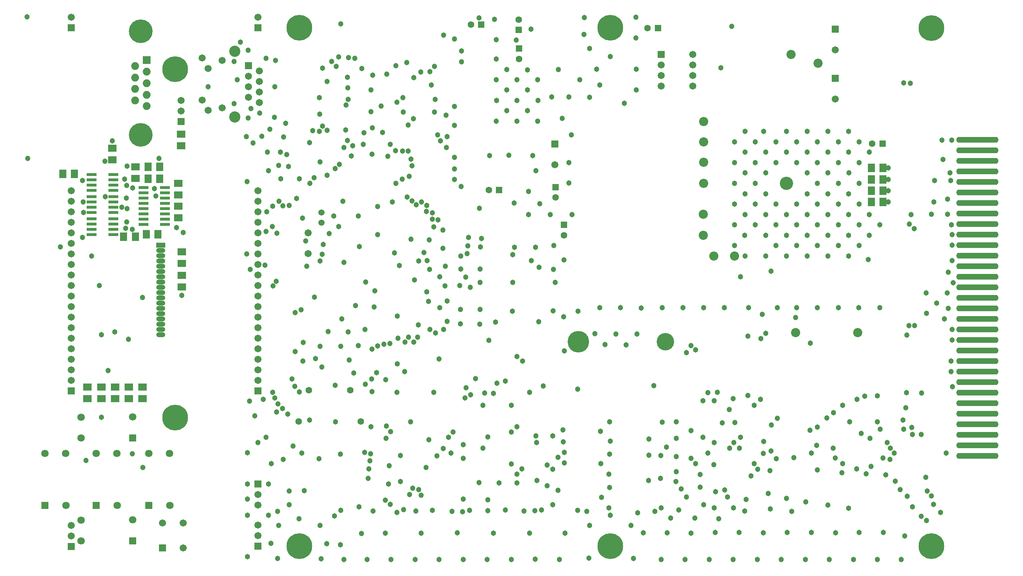
<source format=gbs>
%FSLAX43Y43*%
%MOMM*%
G71*
G01*
G75*
%ADD10C,0.300*%
%ADD11R,1.600X1.800*%
%ADD12R,1.800X1.600*%
%ADD13R,1.550X0.600*%
%ADD14C,0.250*%
%ADD15R,1.600X1.000*%
%ADD16R,4.000X3.000*%
%ADD17R,3.000X1.500*%
%ADD18R,9.300X12.200*%
%ADD19O,10.000X1.200*%
%ADD20R,7.100X5.500*%
%ADD21R,5.400X5.500*%
%ADD22R,1.450X0.550*%
%ADD23R,1.450X0.550*%
%ADD24R,2.700X2.500*%
%ADD25C,0.075*%
%ADD26C,0.063*%
%ADD27R,3.500X8.000*%
%ADD28R,6.000X6.000*%
%ADD29R,3.000X4.000*%
%ADD30R,2.200X0.600*%
%ADD31R,2.200X0.600*%
%ADD32R,0.850X1.300*%
%ADD33R,1.300X0.850*%
%ADD34R,0.600X2.200*%
%ADD35R,0.600X2.200*%
%ADD36R,1.700X0.600*%
%ADD37R,1.700X0.600*%
%ADD38R,1.550X0.600*%
%ADD39R,1.000X1.600*%
%ADD40R,5.500X7.100*%
%ADD41R,0.550X1.450*%
%ADD42R,0.550X1.450*%
%ADD43C,0.500*%
%ADD44C,0.600*%
%ADD45C,0.400*%
%ADD46C,1.000*%
%ADD47C,0.700*%
%ADD48C,0.800*%
%ADD49C,2.500*%
%ADD50C,1.500*%
%ADD51R,1.500X1.500*%
%ADD52C,2.000*%
%ADD53R,1.400X1.400*%
%ADD54C,1.400*%
%ADD55C,1.300*%
%ADD56C,5.000*%
%ADD57C,6.000*%
%ADD58C,4.000*%
%ADD59R,1.600X1.600*%
%ADD60C,1.600*%
%ADD61O,2.000X1.000*%
%ADD62R,2.000X1.000*%
%ADD63C,1.690*%
%ADD64R,1.690X1.690*%
%ADD65C,5.500*%
%ADD66C,3.000*%
%ADD67C,1.100*%
%ADD68R,17.250X16.100*%
%ADD69R,1.803X2.003*%
%ADD70R,2.003X1.803*%
%ADD71R,1.753X0.803*%
%ADD72R,1.803X1.203*%
%ADD73R,4.203X3.203*%
%ADD74R,3.203X1.703*%
%ADD75R,10.300X13.200*%
%ADD76O,10.203X1.403*%
%ADD77R,7.303X5.703*%
%ADD78R,5.603X5.703*%
%ADD79R,1.653X0.753*%
%ADD80R,1.653X0.753*%
%ADD81R,2.903X2.703*%
%ADD82R,3.703X8.203*%
%ADD83R,6.203X6.203*%
%ADD84R,3.203X4.203*%
%ADD85R,2.403X0.803*%
%ADD86R,2.403X0.803*%
%ADD87R,1.053X1.503*%
%ADD88R,1.503X1.053*%
%ADD89R,0.803X2.403*%
%ADD90R,0.803X2.403*%
%ADD91R,1.903X0.803*%
%ADD92R,1.903X0.803*%
%ADD93R,1.753X0.803*%
%ADD94R,1.203X1.803*%
%ADD95R,5.703X7.303*%
%ADD96R,0.753X1.653*%
%ADD97R,0.753X1.653*%
%ADD98C,2.703*%
%ADD99C,1.703*%
%ADD100R,1.703X1.703*%
%ADD101C,2.203*%
%ADD102R,1.603X1.603*%
%ADD103C,1.603*%
%ADD104C,1.503*%
%ADD105C,5.203*%
%ADD106C,6.203*%
%ADD107C,4.203*%
%ADD108R,1.803X1.803*%
%ADD109C,1.803*%
%ADD110O,2.203X1.203*%
%ADD111R,2.203X1.203*%
%ADD112C,1.893*%
%ADD113R,1.893X1.893*%
%ADD114C,5.703*%
%ADD115C,3.203*%
%ADD116C,1.303*%
D69*
X210800Y96200D02*
D03*
X208000D02*
D03*
X210800Y93400D02*
D03*
X208000D02*
D03*
X210800Y90700D02*
D03*
X208000D02*
D03*
X210800Y88000D02*
D03*
X208000D02*
D03*
X33495Y93598D02*
D03*
X36295Y93598D02*
D03*
X35905Y80202D02*
D03*
X33105Y80202D02*
D03*
X33512Y96493D02*
D03*
X36312Y96493D02*
D03*
X12912Y94793D02*
D03*
X15712Y94793D02*
D03*
X27612Y79593D02*
D03*
X30412Y79593D02*
D03*
D70*
X41607Y67512D02*
D03*
X40802Y89695D02*
D03*
Y92495D02*
D03*
X40798Y87005D02*
D03*
X40798Y84205D02*
D03*
X41493Y104388D02*
D03*
Y101588D02*
D03*
X24893Y100988D02*
D03*
Y98188D02*
D03*
X22201Y43388D02*
D03*
Y40588D02*
D03*
X18893Y43388D02*
D03*
Y40588D02*
D03*
X25509Y43388D02*
D03*
Y40588D02*
D03*
X32125Y43388D02*
D03*
Y40588D02*
D03*
X28817Y43388D02*
D03*
Y40588D02*
D03*
X41607Y73212D02*
D03*
X41607Y76012D02*
D03*
Y70312D02*
D03*
X30493Y96488D02*
D03*
X30493Y93688D02*
D03*
D76*
X233589Y49650D02*
D03*
Y44575D02*
D03*
X233589Y103000D02*
D03*
Y100450D02*
D03*
Y97925D02*
D03*
Y95375D02*
D03*
Y92850D02*
D03*
Y85200D02*
D03*
X233589Y52175D02*
D03*
Y47100D02*
D03*
Y42050D02*
D03*
Y39475D02*
D03*
Y36925D02*
D03*
Y34400D02*
D03*
Y31850D02*
D03*
Y29300D02*
D03*
Y26800D02*
D03*
Y57275D02*
D03*
Y54725D02*
D03*
Y64875D02*
D03*
X233589Y59825D02*
D03*
X233589Y62325D02*
D03*
X233589Y67425D02*
D03*
Y80125D02*
D03*
X233589Y77600D02*
D03*
X233589Y75075D02*
D03*
Y72500D02*
D03*
Y69950D02*
D03*
Y82675D02*
D03*
X233589Y90300D02*
D03*
X233589Y87750D02*
D03*
D85*
X19889Y80098D02*
D03*
X25089D02*
D03*
X25111Y89302D02*
D03*
X19911D02*
D03*
X25111Y94602D02*
D03*
X19911D02*
D03*
D86*
X25089Y83908D02*
D03*
X25089Y82638D02*
D03*
Y81368D02*
D03*
X19889Y83908D02*
D03*
X19889Y82638D02*
D03*
X19889Y81368D02*
D03*
X19911Y85492D02*
D03*
X19911Y86762D02*
D03*
Y88032D02*
D03*
X25111Y85492D02*
D03*
X25111Y86762D02*
D03*
X25111Y88032D02*
D03*
X19911Y90792D02*
D03*
X19911Y92062D02*
D03*
Y93332D02*
D03*
X25111Y90792D02*
D03*
X25111Y92062D02*
D03*
X25111Y93332D02*
D03*
X32389Y87643D02*
D03*
X32389Y88913D02*
D03*
Y90183D02*
D03*
Y91453D02*
D03*
X37589Y85103D02*
D03*
X37589Y86373D02*
D03*
Y87643D02*
D03*
X37589Y88913D02*
D03*
X37589Y90183D02*
D03*
X37589Y91453D02*
D03*
X32389Y85103D02*
D03*
Y86373D02*
D03*
X37589Y82563D02*
D03*
X37589Y83833D02*
D03*
X32389Y82563D02*
D03*
X32389Y83833D02*
D03*
D98*
X54400Y124300D02*
D03*
Y108500D02*
D03*
D99*
X51400Y122100D02*
D03*
Y110700D02*
D03*
X164904Y118523D02*
D03*
X157284Y118523D02*
D03*
X164904Y115983D02*
D03*
Y121063D02*
D03*
X157284Y121063D02*
D03*
Y115983D02*
D03*
X164904Y123603D02*
D03*
X48020Y110090D02*
D03*
X46500Y112600D02*
D03*
X48020Y120170D02*
D03*
X46500Y122710D02*
D03*
X60300Y111955D02*
D03*
X57750Y113225D02*
D03*
X60300Y114495D02*
D03*
X57750Y115765D02*
D03*
X60300Y117035D02*
D03*
X57750Y118305D02*
D03*
X60300Y119575D02*
D03*
X72100Y80592D02*
D03*
X72100Y75592D02*
D03*
X131593Y97001D02*
D03*
X199293Y112801D02*
D03*
Y124701D02*
D03*
X60000Y65360D02*
D03*
Y75520D02*
D03*
Y72980D02*
D03*
Y132540D02*
D03*
Y45040D02*
D03*
Y47580D02*
D03*
Y50120D02*
D03*
Y55200D02*
D03*
Y57740D02*
D03*
Y60280D02*
D03*
Y62820D02*
D03*
Y67900D02*
D03*
Y70440D02*
D03*
Y78060D02*
D03*
Y7540D02*
D03*
Y85680D02*
D03*
Y80600D02*
D03*
Y90760D02*
D03*
Y88220D02*
D03*
Y17460D02*
D03*
Y14920D02*
D03*
Y83140D02*
D03*
Y10080D02*
D03*
X15000Y80600D02*
D03*
X14989Y10071D02*
D03*
Y7531D02*
D03*
X41489Y109931D02*
D03*
Y112471D02*
D03*
X60000Y52660D02*
D03*
X42001Y4591D02*
D03*
X37001Y10591D02*
D03*
X42001D02*
D03*
X14988Y132535D02*
D03*
X15000Y45040D02*
D03*
Y47580D02*
D03*
Y50120D02*
D03*
Y52660D02*
D03*
Y55200D02*
D03*
Y57740D02*
D03*
Y60280D02*
D03*
Y62820D02*
D03*
Y65360D02*
D03*
Y67900D02*
D03*
Y70440D02*
D03*
Y72980D02*
D03*
Y75520D02*
D03*
Y78060D02*
D03*
Y83140D02*
D03*
Y85680D02*
D03*
Y88220D02*
D03*
Y90760D02*
D03*
D100*
X157284Y123603D02*
D03*
X57750Y120845D02*
D03*
X131593Y102001D02*
D03*
X199293Y117801D02*
D03*
Y129701D02*
D03*
X60000Y130000D02*
D03*
Y42500D02*
D03*
Y5000D02*
D03*
Y20000D02*
D03*
X14989Y4991D02*
D03*
X41489Y107391D02*
D03*
X37001Y4591D02*
D03*
X14988Y129995D02*
D03*
X15000Y42500D02*
D03*
D101*
X189697Y56512D02*
D03*
X204697D02*
D03*
X167550Y102450D02*
D03*
X167450Y85050D02*
D03*
X188600Y123600D02*
D03*
X195100Y121450D02*
D03*
X167550Y107400D02*
D03*
Y92500D02*
D03*
Y97550D02*
D03*
X174950Y75000D02*
D03*
X170000D02*
D03*
X167450Y80000D02*
D03*
D102*
X122991Y124988D02*
D03*
X118188Y90909D02*
D03*
X122908Y129462D02*
D03*
X113887Y130800D02*
D03*
X210689Y102108D02*
D03*
X133792Y82489D02*
D03*
X131792Y91589D02*
D03*
X156489Y129908D02*
D03*
D103*
X122991Y122488D02*
D03*
X115688Y90909D02*
D03*
X122908Y131962D02*
D03*
X111387Y130800D02*
D03*
X84794Y35110D02*
D03*
X69794D02*
D03*
X72294Y42610D02*
D03*
X82294D02*
D03*
X208189Y102108D02*
D03*
X133792Y79989D02*
D03*
X131792Y89089D02*
D03*
X153989Y129908D02*
D03*
D104*
X75305Y82999D02*
D03*
Y85499D02*
D03*
D105*
X137305Y54291D02*
D03*
D106*
X145000Y5000D02*
D03*
Y130000D02*
D03*
X70000Y5000D02*
D03*
Y130000D02*
D03*
X222500Y5050D02*
D03*
Y129950D02*
D03*
X40000Y120000D02*
D03*
Y36000D02*
D03*
D107*
X158305Y54291D02*
D03*
D108*
X29809Y31103D02*
D03*
Y6303D02*
D03*
X21003Y14891D02*
D03*
X33703Y14891D02*
D03*
X8603D02*
D03*
D109*
X29809Y36183D02*
D03*
X17309Y31103D02*
D03*
Y36103D02*
D03*
X29809Y11383D02*
D03*
X17309Y6303D02*
D03*
Y11303D02*
D03*
X26083Y14891D02*
D03*
X21003Y27391D02*
D03*
X26003D02*
D03*
X38703D02*
D03*
X33703D02*
D03*
X38783Y14891D02*
D03*
X13603Y27391D02*
D03*
X8603D02*
D03*
X13683Y14891D02*
D03*
D110*
X36575Y56010D02*
D03*
Y57270D02*
D03*
X36575Y58540D02*
D03*
X36575Y59810D02*
D03*
Y61080D02*
D03*
Y62350D02*
D03*
Y63620D02*
D03*
X36575Y64890D02*
D03*
X36575Y66160D02*
D03*
Y67430D02*
D03*
Y68700D02*
D03*
Y69970D02*
D03*
Y71240D02*
D03*
Y72510D02*
D03*
Y73780D02*
D03*
Y75050D02*
D03*
X36575Y76320D02*
D03*
D111*
X36575Y77590D02*
D03*
D112*
X30344Y120796D02*
D03*
X33184Y119411D02*
D03*
X30344Y118026D02*
D03*
X33184Y116641D02*
D03*
X30344Y115256D02*
D03*
X33184Y113871D02*
D03*
X30344Y112486D02*
D03*
X33184Y111101D02*
D03*
D113*
X33184Y122181D02*
D03*
D114*
X31764Y104146D02*
D03*
Y129136D02*
D03*
D115*
X187500Y92500D02*
D03*
D116*
X135000Y97500D02*
D03*
X135000Y92550D02*
D03*
X125900Y129650D02*
D03*
X117050Y132000D02*
D03*
X104800Y128250D02*
D03*
X122300Y127050D02*
D03*
X117500Y127100D02*
D03*
X138650Y128400D02*
D03*
X138700Y132500D02*
D03*
X140050Y125000D02*
D03*
X145000Y123100D02*
D03*
X151200Y127550D02*
D03*
Y132550D02*
D03*
X148400Y111800D02*
D03*
X151250Y115000D02*
D03*
Y120000D02*
D03*
X130900Y113300D02*
D03*
X135000D02*
D03*
X140000Y113250D02*
D03*
X142450Y116200D02*
D03*
X141700Y120000D02*
D03*
X137600Y117500D02*
D03*
X132500Y119900D02*
D03*
X120000Y119900D02*
D03*
X125000Y119850D02*
D03*
Y115000D02*
D03*
X120000D02*
D03*
Y110000D02*
D03*
X125000D02*
D03*
X127550Y112500D02*
D03*
X127500Y117450D02*
D03*
X122500D02*
D03*
Y112450D02*
D03*
X127500Y107500D02*
D03*
X122500D02*
D03*
X117500Y107500D02*
D03*
X117550Y112500D02*
D03*
X117500Y117500D02*
D03*
Y122500D02*
D03*
X68900Y43550D02*
D03*
X71550Y78600D02*
D03*
X75750Y77750D02*
D03*
X75500Y75400D02*
D03*
X71800Y72500D02*
D03*
X61950Y80900D02*
D03*
X62150Y85600D02*
D03*
X63600Y87000D02*
D03*
X78447Y12353D02*
D03*
X73650Y65050D02*
D03*
X126300Y99200D02*
D03*
X120500Y99250D02*
D03*
X125300Y90550D02*
D03*
X128000Y87600D02*
D03*
X121800Y87800D02*
D03*
X125300Y85000D02*
D03*
X130500D02*
D03*
X135800Y84950D02*
D03*
X135600Y104200D02*
D03*
X133400Y108150D02*
D03*
X64200Y122150D02*
D03*
X74900Y109150D02*
D03*
X79500Y82050D02*
D03*
X83400Y122650D02*
D03*
X85050Y120200D02*
D03*
X81700Y115500D02*
D03*
X97600Y118000D02*
D03*
X102800Y112750D02*
D03*
X105400Y108950D02*
D03*
X105600Y103750D02*
D03*
X97500Y108100D02*
D03*
X85600Y104700D02*
D03*
X90050Y104800D02*
D03*
X91050Y118800D02*
D03*
X81600Y118100D02*
D03*
X65000Y96800D02*
D03*
X57250Y103800D02*
D03*
X60450Y109400D02*
D03*
X60900Y103850D02*
D03*
X66200Y103650D02*
D03*
X66650Y107000D02*
D03*
X174650Y40600D02*
D03*
X170800Y42100D02*
D03*
X55750Y126500D02*
D03*
X54250Y121900D02*
D03*
Y111700D02*
D03*
X55000Y117500D02*
D03*
X62300Y100000D02*
D03*
X65450Y100000D02*
D03*
X65500Y93600D02*
D03*
X70000Y93600D02*
D03*
X85400Y101900D02*
D03*
X82500Y99100D02*
D03*
X91350Y99000D02*
D03*
X84200Y84650D02*
D03*
X80500Y88200D02*
D03*
X92400Y88000D02*
D03*
X101300Y78850D02*
D03*
X104600Y81250D02*
D03*
X104650Y76800D02*
D03*
X100050Y75800D02*
D03*
X96900Y79000D02*
D03*
X110500Y75550D02*
D03*
X101400Y71750D02*
D03*
X105200Y72500D02*
D03*
X105150Y67800D02*
D03*
X100750Y66300D02*
D03*
X97800Y69250D02*
D03*
X103900Y62500D02*
D03*
X93750Y55200D02*
D03*
X93600Y60500D02*
D03*
X98700Y58350D02*
D03*
X81800Y56700D02*
D03*
X80000Y53200D02*
D03*
X75000Y53250D02*
D03*
X76900Y56750D02*
D03*
X80200Y59850D02*
D03*
X83500Y63050D02*
D03*
X85850Y57300D02*
D03*
X87500Y52500D02*
D03*
X87150Y27300D02*
D03*
X57500Y16400D02*
D03*
X57500Y20000D02*
D03*
X63250Y24900D02*
D03*
X62500Y20000D02*
D03*
X59250Y36450D02*
D03*
X60000Y30000D02*
D03*
X64500Y37350D02*
D03*
X70850Y49700D02*
D03*
X78600Y43800D02*
D03*
X78700Y35000D02*
D03*
X79900Y27200D02*
D03*
X70600Y27450D02*
D03*
X66100Y25950D02*
D03*
X71200Y18450D02*
D03*
X80000Y13650D02*
D03*
X67500Y15050D02*
D03*
X62500Y12500D02*
D03*
X57500D02*
D03*
X57450Y2500D02*
D03*
X76600Y5650D02*
D03*
X63100Y5750D02*
D03*
X69900Y11650D02*
D03*
X64750Y2100D02*
D03*
X65000Y10000D02*
D03*
X75000Y10000D02*
D03*
X75200Y1950D02*
D03*
X80750Y1800D02*
D03*
X86300Y1850D02*
D03*
X92100D02*
D03*
X97900D02*
D03*
X103700D02*
D03*
X109500D02*
D03*
X115300D02*
D03*
X121100D02*
D03*
X126900Y1900D02*
D03*
X132700Y1850D02*
D03*
X84400Y14500D02*
D03*
X96550Y17500D02*
D03*
X90900Y31050D02*
D03*
X114700Y41950D02*
D03*
X117700Y44300D02*
D03*
X109550Y29500D02*
D03*
X106600Y27450D02*
D03*
X122500Y20300D02*
D03*
X118200Y20300D02*
D03*
X113350Y20400D02*
D03*
X98100Y13500D02*
D03*
X106800Y13450D02*
D03*
X109400Y13350D02*
D03*
X115500Y13600D02*
D03*
X124150Y13500D02*
D03*
X126800Y13550D02*
D03*
X129750Y19600D02*
D03*
Y24600D02*
D03*
X133900Y27650D02*
D03*
X133650Y30200D02*
D03*
X133600Y33050D02*
D03*
X142850Y16800D02*
D03*
X144650Y14300D02*
D03*
X144800Y19200D02*
D03*
X151650Y13100D02*
D03*
X139300Y13450D02*
D03*
X145000Y12500D02*
D03*
X139850Y2200D02*
D03*
X140000Y10000D02*
D03*
X150000D02*
D03*
X157299Y14250D02*
D03*
X157150Y21400D02*
D03*
X157199Y26900D02*
D03*
X160950Y23000D02*
D03*
X166700Y22300D02*
D03*
X169999Y24650D02*
D03*
X185299Y35850D02*
D03*
X189250Y26400D02*
D03*
X194999Y33750D02*
D03*
X194750Y29300D02*
D03*
X197250Y35900D02*
D03*
X202750Y35000D02*
D03*
X209450Y41300D02*
D03*
Y35000D02*
D03*
X216450Y42000D02*
D03*
X220099Y41950D02*
D03*
X216300Y38400D02*
D03*
X183750Y28000D02*
D03*
X195000Y23400D02*
D03*
X183499Y23200D02*
D03*
X162100Y18800D02*
D03*
X161499Y13750D02*
D03*
X167499Y15000D02*
D03*
X170399Y18200D02*
D03*
X173299Y16850D02*
D03*
X177399Y13500D02*
D03*
X177750Y16300D02*
D03*
X183100Y17700D02*
D03*
X183600Y14000D02*
D03*
X187499Y16550D02*
D03*
X188799Y13400D02*
D03*
X192150Y15700D02*
D03*
X197499Y14950D02*
D03*
X202499Y14150D02*
D03*
X200850Y22700D02*
D03*
X207950Y24300D02*
D03*
X211499Y22250D02*
D03*
X212499Y25950D02*
D03*
X226000Y27500D02*
D03*
X221300Y11200D02*
D03*
X216050Y7500D02*
D03*
X215199Y1850D02*
D03*
X209450Y1800D02*
D03*
X203650D02*
D03*
X197850D02*
D03*
X192050D02*
D03*
X186250D02*
D03*
X180450D02*
D03*
X174650D02*
D03*
X168899Y1850D02*
D03*
X162999D02*
D03*
X157299D02*
D03*
X150600Y2100D02*
D03*
X142600Y32750D02*
D03*
X145000Y30350D02*
D03*
X144800Y35000D02*
D03*
X142750Y24900D02*
D03*
X144700Y22400D02*
D03*
X144800Y27200D02*
D03*
X110800Y79500D02*
D03*
X113700Y77200D02*
D03*
X121900Y77050D02*
D03*
X127000D02*
D03*
X131350Y77500D02*
D03*
X127800Y72250D02*
D03*
X131300Y71750D02*
D03*
X131750Y68600D02*
D03*
X108650Y67900D02*
D03*
X108900Y71850D02*
D03*
X113600D02*
D03*
Y68650D02*
D03*
X113600Y62100D02*
D03*
X108850D02*
D03*
Y58600D02*
D03*
X113550Y58550D02*
D03*
X117350Y59050D02*
D03*
X127700Y59100D02*
D03*
X131200Y61800D02*
D03*
X133900Y52100D02*
D03*
X141250Y56250D02*
D03*
X143750Y53650D02*
D03*
X146400Y56200D02*
D03*
X148850Y53550D02*
D03*
X151400Y56200D02*
D03*
X142500Y62500D02*
D03*
X147500D02*
D03*
X152500Y62450D02*
D03*
X157500Y62500D02*
D03*
X162500D02*
D03*
X167500D02*
D03*
X172500D02*
D03*
X178350D02*
D03*
X181700Y60950D02*
D03*
X185300Y62500D02*
D03*
X190000D02*
D03*
X195000D02*
D03*
X200000D02*
D03*
X204950D02*
D03*
X210000D02*
D03*
X221200Y66050D02*
D03*
X221250Y61150D02*
D03*
X223750Y63650D02*
D03*
X226250Y66050D02*
D03*
X182499Y75000D02*
D03*
X187499D02*
D03*
X189999Y77500D02*
D03*
X185000Y77500D02*
D03*
X182500Y80000D02*
D03*
X179999Y82500D02*
D03*
X180000Y87500D02*
D03*
X182499Y85000D02*
D03*
X184999Y82500D02*
D03*
X187500Y80000D02*
D03*
X190000Y82500D02*
D03*
X187500Y85000D02*
D03*
X185000Y87500D02*
D03*
X182499Y90000D02*
D03*
Y95000D02*
D03*
X180000Y92500D02*
D03*
Y97500D02*
D03*
X174999Y102500D02*
D03*
Y97500D02*
D03*
Y92500D02*
D03*
Y87500D02*
D03*
X175000Y82500D02*
D03*
X174999Y77500D02*
D03*
X177499Y75000D02*
D03*
X177450Y80000D02*
D03*
X177499Y85000D02*
D03*
Y90000D02*
D03*
X177500Y95000D02*
D03*
X177499Y100000D02*
D03*
X182500Y100000D02*
D03*
X179999Y102500D02*
D03*
X185000Y102500D02*
D03*
X195000Y97500D02*
D03*
X197499Y100000D02*
D03*
X194999Y102500D02*
D03*
X190000Y102500D02*
D03*
X192499Y100000D02*
D03*
X184999Y97500D02*
D03*
X187500Y100000D02*
D03*
X189999Y97500D02*
D03*
X192499Y95000D02*
D03*
X189999Y87500D02*
D03*
X192500Y90000D02*
D03*
X197499Y95000D02*
D03*
X194999Y92500D02*
D03*
X197500Y90000D02*
D03*
X194999Y87500D02*
D03*
X192499Y85000D02*
D03*
X197500Y85000D02*
D03*
X195000Y82500D02*
D03*
X192500Y80000D02*
D03*
X197500D02*
D03*
X195000Y77500D02*
D03*
X192499Y75000D02*
D03*
X197500Y75000D02*
D03*
X199999Y77500D02*
D03*
Y82500D02*
D03*
Y87500D02*
D03*
X200000Y92500D02*
D03*
X199999Y97500D02*
D03*
Y102500D02*
D03*
X207500Y100000D02*
D03*
X202499Y100050D02*
D03*
X202550Y95000D02*
D03*
X202500Y90000D02*
D03*
X202499Y85000D02*
D03*
X202500Y80000D02*
D03*
X202499Y75000D02*
D03*
X209999Y82500D02*
D03*
X207500Y85000D02*
D03*
X207499Y80000D02*
D03*
X204999Y77500D02*
D03*
X205000Y82500D02*
D03*
X204999Y87500D02*
D03*
Y92500D02*
D03*
X205000Y97500D02*
D03*
X204999Y102450D02*
D03*
X202500Y105000D02*
D03*
X197499Y105000D02*
D03*
X192499Y105050D02*
D03*
X187500Y105000D02*
D03*
X181999Y105000D02*
D03*
X177499D02*
D03*
X217550Y85000D02*
D03*
X222499Y85050D02*
D03*
X226399D02*
D03*
X226350Y88700D02*
D03*
X86000Y68750D02*
D03*
X80779Y73450D02*
D03*
X84500Y77300D02*
D03*
X88850Y80100D02*
D03*
X92950Y75700D02*
D03*
X94100Y72650D02*
D03*
X88200Y66550D02*
D03*
X87050Y25650D02*
D03*
X86600Y21350D02*
D03*
X74700Y26100D02*
D03*
X75450Y48250D02*
D03*
X115700Y54650D02*
D03*
X115850Y99200D02*
D03*
X95150Y13850D02*
D03*
X91900Y15100D02*
D03*
X91500Y20000D02*
D03*
X91700Y24450D02*
D03*
X94350Y20600D02*
D03*
Y26900D02*
D03*
X83150Y46750D02*
D03*
X86750Y23650D02*
D03*
X84200Y53400D02*
D03*
X101500Y57250D02*
D03*
X101250Y30700D02*
D03*
X103150Y26800D02*
D03*
X102850Y56400D02*
D03*
X106000Y31300D02*
D03*
X58150Y71750D02*
D03*
X65050Y88150D02*
D03*
X64800Y39350D02*
D03*
X114250Y39000D02*
D03*
X114300Y28700D02*
D03*
X66050Y87100D02*
D03*
X65950Y38200D02*
D03*
X173750Y37950D02*
D03*
X173800Y28700D02*
D03*
X67500Y87200D02*
D03*
X67200Y36900D02*
D03*
X198850Y37250D02*
D03*
X198800Y28700D02*
D03*
X105652Y64102D02*
D03*
X57400Y92950D02*
D03*
X109050Y91700D02*
D03*
X109100Y124450D02*
D03*
X174300Y130350D02*
D03*
X171650Y120350D02*
D03*
X94850Y100300D02*
D03*
X94800Y93550D02*
D03*
X73550Y93850D02*
D03*
X73250Y105200D02*
D03*
X62850Y105500D02*
D03*
X61950Y122650D02*
D03*
X93150Y100350D02*
D03*
X93250Y92500D02*
D03*
X72500D02*
D03*
X72450Y102300D02*
D03*
X58850Y102200D02*
D03*
X58350Y110500D02*
D03*
X57650Y108250D02*
D03*
X57600Y124550D02*
D03*
X64000Y108400D02*
D03*
X64100Y115800D02*
D03*
X76700Y105250D02*
D03*
X76650Y117050D02*
D03*
X75600Y106300D02*
D03*
Y120250D02*
D03*
X113900Y79200D02*
D03*
X79950Y130900D02*
D03*
X113350Y132400D02*
D03*
X113450Y86500D02*
D03*
X227200Y49700D02*
D03*
Y47100D02*
D03*
X128400Y13750D02*
D03*
X128800Y43650D02*
D03*
X134100Y8150D02*
D03*
X152950Y8250D02*
D03*
X158700D02*
D03*
X164500Y8200D02*
D03*
X212050Y88000D02*
D03*
Y90700D02*
D03*
Y93400D02*
D03*
Y96200D02*
D03*
X227550Y43450D02*
D03*
X137150Y42900D02*
D03*
X137100Y13700D02*
D03*
X155800Y13400D02*
D03*
X223100Y88050D02*
D03*
X223250Y93200D02*
D03*
X227150D02*
D03*
X227000Y95000D02*
D03*
X220000Y31950D02*
D03*
Y12250D02*
D03*
X224650Y13200D02*
D03*
X217900Y32000D02*
D03*
Y14550D02*
D03*
X223000Y15150D02*
D03*
X210900Y8300D02*
D03*
X205000Y8350D02*
D03*
X199323Y8250D02*
D03*
X193500Y8300D02*
D03*
X217700Y33650D02*
D03*
X216650Y17050D02*
D03*
X222450Y17150D02*
D03*
X215750Y33200D02*
D03*
X214900Y18700D02*
D03*
X221500Y18300D02*
D03*
X215650Y35400D02*
D03*
X213750Y20700D02*
D03*
X221100Y21650D02*
D03*
X187700Y8300D02*
D03*
X181900Y8250D02*
D03*
X176050Y8300D02*
D03*
X170300D02*
D03*
X213500Y27450D02*
D03*
X212600Y28700D02*
D03*
X211850Y30000D02*
D03*
X210800Y26300D02*
D03*
X205550Y32200D02*
D03*
X210100Y33250D02*
D03*
X199300Y26300D02*
D03*
X193550Y27500D02*
D03*
X227500Y54750D02*
D03*
X225650Y59800D02*
D03*
X193200Y32950D02*
D03*
X193300Y53950D02*
D03*
X226550Y62350D02*
D03*
X185050Y26150D02*
D03*
X181900Y27400D02*
D03*
X172600Y18550D02*
D03*
X171200Y11650D02*
D03*
X166700Y19300D02*
D03*
X165400Y11800D02*
D03*
X160800Y20650D02*
D03*
X159550Y11850D02*
D03*
X176150Y28700D02*
D03*
X174800Y30000D02*
D03*
X174750Y14300D02*
D03*
X170050Y14250D02*
D03*
X164450Y26200D02*
D03*
X155500Y43750D02*
D03*
X125500Y8200D02*
D03*
Y42100D02*
D03*
X168550Y27500D02*
D03*
X119650Y13750D02*
D03*
X119700Y44800D02*
D03*
X116800Y8200D02*
D03*
Y41850D02*
D03*
X170050Y30000D02*
D03*
X167350Y31250D02*
D03*
Y40050D02*
D03*
X109950Y40750D02*
D03*
X108100Y8250D02*
D03*
X111050Y13700D02*
D03*
X112500Y45450D02*
D03*
X225050Y102950D02*
D03*
X227350D02*
D03*
X215800Y116750D02*
D03*
X217400Y116650D02*
D03*
X111250Y67400D02*
D03*
X111350Y41550D02*
D03*
X64100Y40800D02*
D03*
X64400Y68850D02*
D03*
X96000Y89200D02*
D03*
X96500Y94200D02*
D03*
X76700Y94450D02*
D03*
X77750Y121900D02*
D03*
X158550Y28950D02*
D03*
X154250Y20900D02*
D03*
X127350D02*
D03*
X127250Y30050D02*
D03*
X110650Y77400D02*
D03*
X183850Y34250D02*
D03*
X183750Y71350D02*
D03*
X127050Y95550D02*
D03*
X131150Y15000D02*
D03*
X133800Y74000D02*
D03*
X131150Y23550D02*
D03*
Y31600D02*
D03*
X107450Y127300D02*
D03*
X108950Y74950D02*
D03*
X227450Y80150D02*
D03*
X227500Y77600D02*
D03*
Y73850D02*
D03*
X110150Y69900D02*
D03*
X110200Y43250D02*
D03*
X63600Y42150D02*
D03*
X63650Y67750D02*
D03*
X225300Y98250D02*
D03*
X216550Y55900D02*
D03*
X105650Y59250D02*
D03*
X102450Y42150D02*
D03*
X102050Y13700D02*
D03*
X93500Y42100D02*
D03*
Y13200D02*
D03*
X87550Y42250D02*
D03*
X87300Y33800D02*
D03*
X227450Y57300D02*
D03*
X85950Y44100D02*
D03*
X85750Y27650D02*
D03*
X68500Y29200D02*
D03*
X70000Y42200D02*
D03*
X201050Y24950D02*
D03*
Y39000D02*
D03*
X121100D02*
D03*
Y24850D02*
D03*
Y32550D02*
D03*
X92000Y32600D02*
D03*
X91850Y53900D02*
D03*
X179700Y24900D02*
D03*
Y39000D02*
D03*
X204450Y23650D02*
D03*
X204500Y40400D02*
D03*
X181250D02*
D03*
X180600Y23600D02*
D03*
X181300Y55050D02*
D03*
X90850Y45150D02*
D03*
X90400Y53750D02*
D03*
X207650Y31050D02*
D03*
X207250Y74100D02*
D03*
X206700Y22450D02*
D03*
X206350Y41200D02*
D03*
X178200Y41400D02*
D03*
X179000Y22000D02*
D03*
X176400Y31250D02*
D03*
Y69950D02*
D03*
X178200Y55700D02*
D03*
X122500Y50800D02*
D03*
X122450Y22400D02*
D03*
X122500Y33850D02*
D03*
X91000Y34000D02*
D03*
X88900Y53300D02*
D03*
X90700Y8200D02*
D03*
Y16150D02*
D03*
X109550Y16400D02*
D03*
Y26200D02*
D03*
X99400Y8200D02*
D03*
X99350Y17350D02*
D03*
X115450Y16250D02*
D03*
Y31350D02*
D03*
X123650Y23650D02*
D03*
X123850Y49700D02*
D03*
X107450Y96000D02*
D03*
Y93400D02*
D03*
Y98750D02*
D03*
X107100Y32550D02*
D03*
X105500Y101100D02*
D03*
X62500Y95550D02*
D03*
X127050Y31650D02*
D03*
X125950Y73900D02*
D03*
X121500Y68650D02*
D03*
Y75350D02*
D03*
X121350Y61650D02*
D03*
X95050Y109650D02*
D03*
X95900Y121650D02*
D03*
X95450Y54200D02*
D03*
X95400Y47150D02*
D03*
X182500Y56350D02*
D03*
X182000Y30300D02*
D03*
X96350Y55400D02*
D03*
X96800Y35000D02*
D03*
X97600Y54200D02*
D03*
X132400Y18500D02*
D03*
Y26500D02*
D03*
X98550Y55450D02*
D03*
X98750Y18700D02*
D03*
X97300Y19000D02*
D03*
X226500Y71050D02*
D03*
X227700Y68500D02*
D03*
X163400Y16850D02*
D03*
Y51650D02*
D03*
X165550Y24900D02*
D03*
Y52350D02*
D03*
X164450Y32900D02*
D03*
Y53350D02*
D03*
X170050Y40050D02*
D03*
X168550Y42000D02*
D03*
X78850Y120700D02*
D03*
X78650Y96050D02*
D03*
X97150Y96700D02*
D03*
Y88250D02*
D03*
X79450Y122950D02*
D03*
X79650Y97100D02*
D03*
X96950Y98300D02*
D03*
X98150Y87350D02*
D03*
X99450Y88000D02*
D03*
X99250Y119300D02*
D03*
X100700Y87200D02*
D03*
X101500Y119400D02*
D03*
X100650Y85700D02*
D03*
X102550Y120700D02*
D03*
X102050Y85350D02*
D03*
X101800Y116200D02*
D03*
X102050Y83900D02*
D03*
X102600Y109650D02*
D03*
X103450Y83700D02*
D03*
X103350Y104150D02*
D03*
X102400Y82000D02*
D03*
X104050Y102750D02*
D03*
X87800Y13500D02*
D03*
X88650Y46900D02*
D03*
X217050Y58250D02*
D03*
X217150Y82650D02*
D03*
X227300Y82550D02*
D03*
X84950Y8050D02*
D03*
X87400Y45300D02*
D03*
X68200D02*
D03*
X69300Y88850D02*
D03*
X64750Y13400D02*
D03*
X96200Y100250D02*
D03*
Y106550D02*
D03*
X107443Y106493D02*
D03*
X80750Y101100D02*
D03*
X81850Y122850D02*
D03*
X93650Y49000D02*
D03*
X218450Y58200D02*
D03*
X218300Y81550D02*
D03*
X79900Y5350D02*
D03*
X61300Y40450D02*
D03*
X64600Y80450D02*
D03*
X63450Y82100D02*
D03*
X69000Y61350D02*
D03*
X70450Y62000D02*
D03*
X70900Y54150D02*
D03*
X69000Y51950D02*
D03*
X104700Y28550D02*
D03*
X103700Y50150D02*
D03*
X189700Y60150D02*
D03*
X100550Y24000D02*
D03*
X101150Y64050D02*
D03*
X133950Y25100D02*
D03*
X66950Y99450D02*
D03*
X70750Y84150D02*
D03*
X67500Y18350D02*
D03*
X72450Y35450D02*
D03*
X58000Y40000D02*
D03*
X75000Y73800D02*
D03*
X57300Y75500D02*
D03*
X57450Y27550D02*
D03*
X61950Y31250D02*
D03*
X100850Y73900D02*
D03*
X98800Y73750D02*
D03*
X94950Y113119D02*
D03*
X93300Y120900D02*
D03*
X91950Y101900D02*
D03*
X82850Y101550D02*
D03*
X81200Y105350D02*
D03*
X81550Y102800D02*
D03*
X81250Y111350D02*
D03*
X67400Y96550D02*
D03*
X133750Y60350D02*
D03*
X82000Y49950D02*
D03*
X109100Y121800D02*
D03*
X74950Y97700D02*
D03*
X78300Y84600D02*
D03*
X61700Y72800D02*
D03*
X137250Y61650D02*
D03*
X77150Y80407D02*
D03*
X73900Y50250D02*
D03*
X104800Y57250D02*
D03*
X88900Y86900D02*
D03*
X88000Y62700D02*
D03*
X87250Y115050D02*
D03*
X89759Y111100D02*
D03*
X87300Y109750D02*
D03*
X74800Y113200D02*
D03*
X81750Y112700D02*
D03*
X87700Y118550D02*
D03*
X87577Y105877D02*
D03*
X74850Y105000D02*
D03*
X107450Y111050D02*
D03*
X93550Y112050D02*
D03*
X160950Y26600D02*
D03*
X160899Y31050D02*
D03*
X160900Y35000D02*
D03*
X157499Y34950D02*
D03*
X171999Y34750D02*
D03*
X175099Y34850D02*
D03*
X154350Y27000D02*
D03*
X154299Y30900D02*
D03*
X87500Y99550D02*
D03*
X103900Y70000D02*
D03*
X48000Y115800D02*
D03*
X32200Y24000D02*
D03*
X41600Y65450D02*
D03*
X32150Y64950D02*
D03*
X22200Y56000D02*
D03*
X25500Y56650D02*
D03*
X28800Y54900D02*
D03*
X23850Y47350D02*
D03*
X21750Y67900D02*
D03*
X22200Y36150D02*
D03*
X29650Y27300D02*
D03*
X18550Y25700D02*
D03*
X19850Y75000D02*
D03*
X40350Y81800D02*
D03*
X42000Y80650D02*
D03*
X24900Y102750D02*
D03*
X28100Y81700D02*
D03*
X29650Y81450D02*
D03*
X28400Y96650D02*
D03*
X4500Y98500D02*
D03*
X4300Y132600D02*
D03*
X29750Y91400D02*
D03*
X28261Y88961D02*
D03*
X35035Y91235D02*
D03*
X35400Y89450D02*
D03*
X36150Y98550D02*
D03*
X28450Y86400D02*
D03*
X27112Y86762D02*
D03*
X27800Y93500D02*
D03*
X28350Y92000D02*
D03*
X23200Y89250D02*
D03*
X23050Y97800D02*
D03*
X17700Y93200D02*
D03*
X17850Y88050D02*
D03*
X17908Y85492D02*
D03*
X17650Y79500D02*
D03*
X12300Y77200D02*
D03*
X28300Y83200D02*
D03*
M02*

</source>
